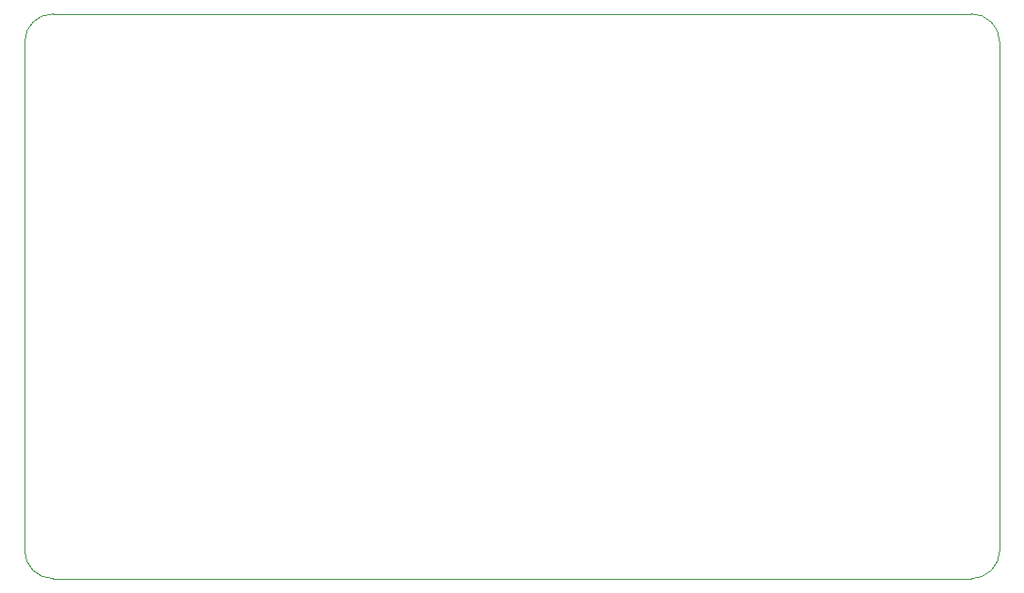
<source format=gm1>
%TF.GenerationSoftware,KiCad,Pcbnew,9.0.0*%
%TF.CreationDate,2025-03-26T13:51:15-07:00*%
%TF.ProjectId,tag_v2,7461675f-7632-42e6-9b69-6361645f7063,v0.4*%
%TF.SameCoordinates,Original*%
%TF.FileFunction,Profile,NP*%
%FSLAX46Y46*%
G04 Gerber Fmt 4.6, Leading zero omitted, Abs format (unit mm)*
G04 Created by KiCad (PCBNEW 9.0.0) date 2025-03-26 13:51:15*
%MOMM*%
%LPD*%
G01*
G04 APERTURE LIST*
%TA.AperFunction,Profile*%
%ADD10C,0.050000*%
%TD*%
G04 APERTURE END LIST*
D10*
X102870000Y-80010000D02*
G75*
G02*
X105410000Y-77470000I2540000J0D01*
G01*
X190500000Y-80010000D02*
X190500000Y-125730000D01*
X187960000Y-128270000D02*
X105410000Y-128270000D01*
X190500000Y-125730000D02*
G75*
G02*
X187960000Y-128270000I-2540000J0D01*
G01*
X105410000Y-77470000D02*
X187960000Y-77470000D01*
X105410000Y-128270000D02*
G75*
G02*
X102870000Y-125730000I0J2540000D01*
G01*
X187960000Y-77470000D02*
G75*
G02*
X190500000Y-80010000I0J-2540000D01*
G01*
X102870000Y-125730000D02*
X102870000Y-80010000D01*
M02*

</source>
